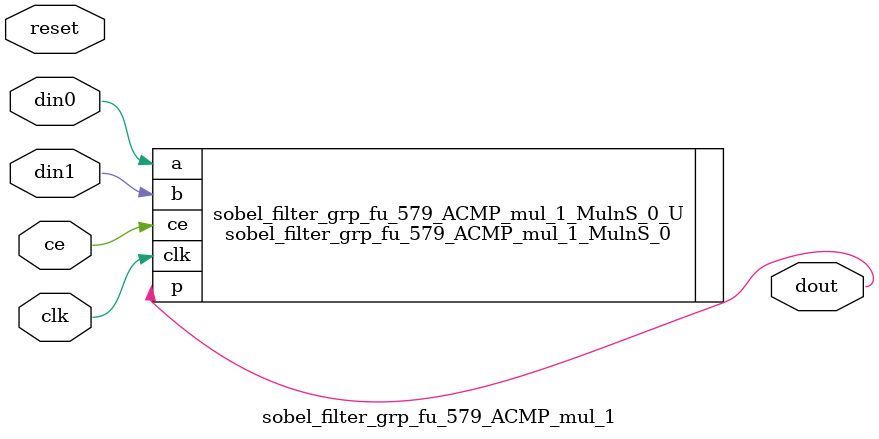
<source format=v>

`timescale 1 ns / 1 ps
module sobel_filter_grp_fu_579_ACMP_mul_1(
    clk,
    reset,
    ce,
    din0,
    din1,
    dout);

parameter ID = 32'd1;
parameter NUM_STAGE = 32'd1;
parameter din0_WIDTH = 32'd1;
parameter din1_WIDTH = 32'd1;
parameter dout_WIDTH = 32'd1;
input clk;
input reset;
input ce;
input[din0_WIDTH - 1:0] din0;
input[din1_WIDTH - 1:0] din1;
output[dout_WIDTH - 1:0] dout;



sobel_filter_grp_fu_579_ACMP_mul_1_MulnS_0 sobel_filter_grp_fu_579_ACMP_mul_1_MulnS_0_U(
    .clk( clk ),
    .ce( ce ),
    .a( din0 ),
    .b( din1 ),
    .p( dout ));

endmodule

</source>
